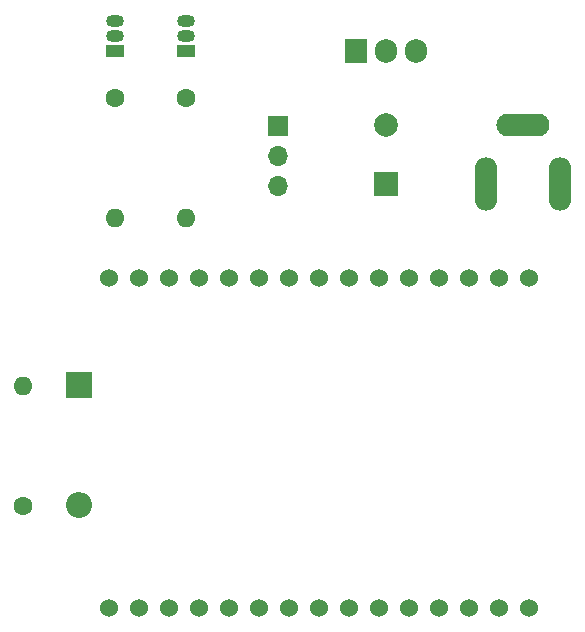
<source format=gts>
%TF.GenerationSoftware,KiCad,Pcbnew,7.0.1*%
%TF.CreationDate,2023-03-30T07:30:20+02:00*%
%TF.ProjectId,board,626f6172-642e-46b6-9963-61645f706362,rev?*%
%TF.SameCoordinates,Original*%
%TF.FileFunction,Soldermask,Top*%
%TF.FilePolarity,Negative*%
%FSLAX46Y46*%
G04 Gerber Fmt 4.6, Leading zero omitted, Abs format (unit mm)*
G04 Created by KiCad (PCBNEW 7.0.1) date 2023-03-30 07:30:20*
%MOMM*%
%LPD*%
G01*
G04 APERTURE LIST*
G04 Aperture macros list*
%AMRoundRect*
0 Rectangle with rounded corners*
0 $1 Rounding radius*
0 $2 $3 $4 $5 $6 $7 $8 $9 X,Y pos of 4 corners*
0 Add a 4 corners polygon primitive as box body*
4,1,4,$2,$3,$4,$5,$6,$7,$8,$9,$2,$3,0*
0 Add four circle primitives for the rounded corners*
1,1,$1+$1,$2,$3*
1,1,$1+$1,$4,$5*
1,1,$1+$1,$6,$7*
1,1,$1+$1,$8,$9*
0 Add four rect primitives between the rounded corners*
20,1,$1+$1,$2,$3,$4,$5,0*
20,1,$1+$1,$4,$5,$6,$7,0*
20,1,$1+$1,$6,$7,$8,$9,0*
20,1,$1+$1,$8,$9,$2,$3,0*%
G04 Aperture macros list end*
%ADD10R,1.905000X2.000000*%
%ADD11O,1.905000X2.000000*%
%ADD12R,1.500000X1.050000*%
%ADD13O,1.500000X1.050000*%
%ADD14R,2.200000X2.200000*%
%ADD15O,2.200000X2.200000*%
%ADD16C,1.600000*%
%ADD17O,1.600000X1.600000*%
%ADD18R,1.700000X1.700000*%
%ADD19O,1.700000X1.700000*%
%ADD20C,1.524000*%
%ADD21RoundRect,0.952000X0.000000X-1.300000X0.000000X1.300000X0.000000X1.300000X0.000000X-1.300000X0*%
%ADD22RoundRect,0.952000X1.300000X0.000000X-1.300000X0.000000X-1.300000X0.000000X1.300000X0.000000X0*%
%ADD23RoundRect,0.952000X0.000000X1.300000X0.000000X-1.300000X0.000000X-1.300000X0.000000X1.300000X0*%
%ADD24R,2.000000X2.000000*%
%ADD25C,2.000000*%
G04 APERTURE END LIST*
D10*
%TO.C,Q3*%
X60120000Y-36500000D03*
D11*
X62660000Y-36500000D03*
X65200000Y-36500000D03*
%TD*%
D12*
%TO.C,Q2*%
X45800000Y-36500000D03*
D13*
X45800000Y-35230000D03*
X45800000Y-33960000D03*
%TD*%
D14*
%TO.C,D1*%
X36700000Y-64800000D03*
D15*
X36700000Y-74960000D03*
%TD*%
D12*
%TO.C,Q1*%
X39740000Y-36500000D03*
D13*
X39740000Y-35230000D03*
X39740000Y-33960000D03*
%TD*%
D16*
%TO.C,R1*%
X32000000Y-75060000D03*
D17*
X32000000Y-64900000D03*
%TD*%
D16*
%TO.C,R3*%
X45800000Y-40520000D03*
D17*
X45800000Y-50680000D03*
%TD*%
D18*
%TO.C,J2*%
X53600000Y-42860000D03*
D19*
X53600000Y-45400000D03*
X53600000Y-47940000D03*
%TD*%
D20*
%TO.C,U1*%
X74820000Y-55730000D03*
X72280000Y-55730000D03*
X69740000Y-55730000D03*
X67200000Y-55730000D03*
X64660000Y-55730000D03*
X62120000Y-55730000D03*
X59580000Y-55730000D03*
X57040000Y-55730000D03*
X54500000Y-55730000D03*
X51960000Y-55730000D03*
X49420000Y-55730000D03*
X46880000Y-55730000D03*
X44340000Y-55730000D03*
X41800000Y-55730000D03*
X39260000Y-55730000D03*
X39260000Y-83670000D03*
X41800000Y-83670000D03*
X44340000Y-83670000D03*
X46880000Y-83670000D03*
X49420000Y-83670000D03*
X51960000Y-83670000D03*
X54500000Y-83670000D03*
X57040000Y-83670000D03*
X59580000Y-83670000D03*
X62120000Y-83670000D03*
X64660000Y-83670000D03*
X67200000Y-83670000D03*
X69740000Y-83670000D03*
X72280000Y-83670000D03*
X74820000Y-83670000D03*
%TD*%
D21*
%TO.C,J1*%
X71200000Y-47800000D03*
D22*
X74300000Y-42800000D03*
D23*
X77400000Y-47800000D03*
%TD*%
D24*
%TO.C,C1*%
X62700000Y-47767677D03*
D25*
X62700000Y-42767677D03*
%TD*%
D16*
%TO.C,R2*%
X39750000Y-40500000D03*
D17*
X39750000Y-50660000D03*
%TD*%
M02*

</source>
